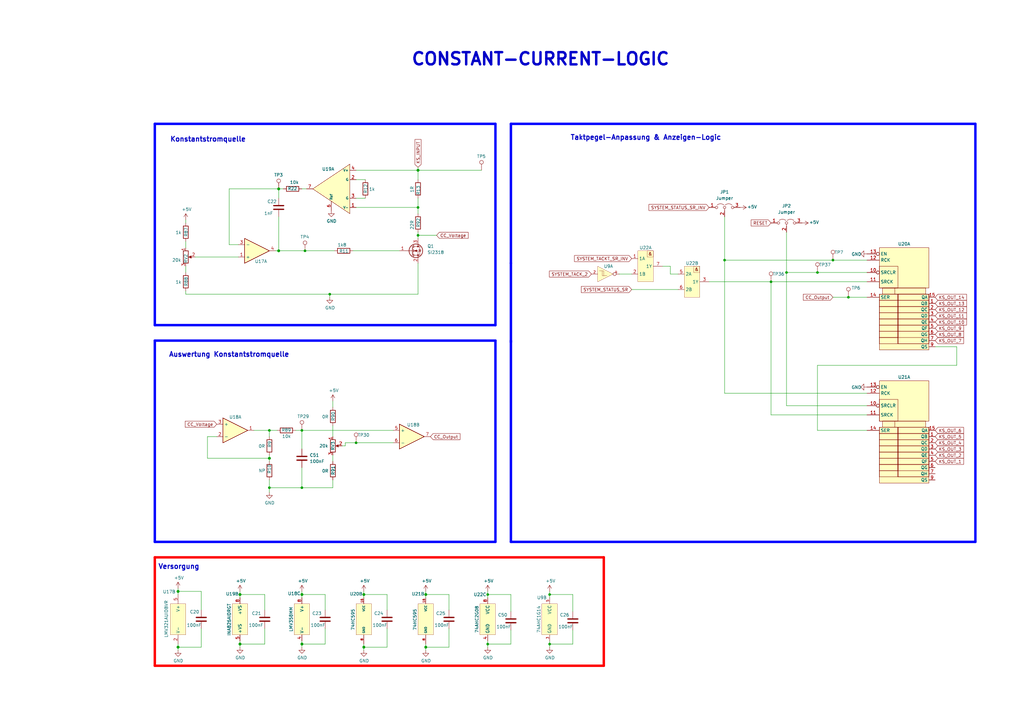
<source format=kicad_sch>
(kicad_sch (version 20210126) (generator eeschema)
  (paper "A3")
  (title_block (title "Kabeltester") (company "BMK Group") (comment 1 "Erstellt: Maximilian Hoffmann") (comment 2 "Geprüft: Robert Schulz"))
  (junction (at 73.025 242.57) (diameter 1.016))
  (junction (at 73.025 265.43) (diameter 1.016))
  (junction (at 98.425 243.84) (diameter 1.016))
  (junction (at 98.425 264.16) (diameter 1.016))
  (junction (at 110.49 176.53) (diameter 0.9144))
  (junction (at 110.49 187.96) (diameter 1.016))
  (junction (at 110.49 200.025) (diameter 0.9144))
  (junction (at 114.3 77.47) (diameter 1.016))
  (junction (at 114.3 102.87) (diameter 1.016))
  (junction (at 123.825 176.53) (diameter 0.9144))
  (junction (at 123.825 200.025) (diameter 0.9144))
  (junction (at 123.825 243.84) (diameter 1.016))
  (junction (at 123.825 264.16) (diameter 1.016))
  (junction (at 125.095 102.87) (diameter 0.9144))
  (junction (at 135.255 120.65) (diameter 0.9144))
  (junction (at 146.05 181.61) (diameter 0.9144))
  (junction (at 149.225 243.84) (diameter 1.016))
  (junction (at 149.225 265.43) (diameter 1.016))
  (junction (at 171.45 69.85) (diameter 1.016))
  (junction (at 171.45 85.09) (diameter 0.9144))
  (junction (at 171.45 96.52) (diameter 0.9144))
  (junction (at 174.625 243.84) (diameter 1.016))
  (junction (at 174.625 265.43) (diameter 1.016))
  (junction (at 200.025 243.84) (diameter 0.9144))
  (junction (at 200.025 264.16) (diameter 0.9144))
  (junction (at 225.425 243.84) (diameter 0.9144))
  (junction (at 225.425 264.16) (diameter 0.9144))
  (junction (at 297.18 106.68) (diameter 0.9144))
  (junction (at 316.23 115.57) (diameter 0.9144))
  (junction (at 322.58 111.76) (diameter 0.9144))
  (junction (at 335.28 111.76) (diameter 0.9144))
  (junction (at 341.63 106.68) (diameter 0.9144))
  (junction (at 347.98 121.92) (diameter 0.9144))
  (wire (pts (xy 73.025 241.3) (xy 73.025 242.57)))
  (wire (pts (xy 73.025 242.57) (xy 73.025 243.84)))
  (wire (pts (xy 73.025 264.16) (xy 73.025 265.43)))
  (wire (pts (xy 73.025 265.43) (xy 73.025 266.7)))
  (wire (pts (xy 76.2 90.17) (xy 76.2 91.44)))
  (wire (pts (xy 76.2 99.06) (xy 76.2 101.6)))
  (wire (pts (xy 76.2 109.22) (xy 76.2 111.76)))
  (wire (pts (xy 76.2 119.38) (xy 76.2 120.65)))
  (wire (pts (xy 76.2 120.65) (xy 135.255 120.65)))
  (wire (pts (xy 80.01 105.41) (xy 97.79 105.41)))
  (wire (pts (xy 82.55 242.57) (xy 73.025 242.57)))
  (wire (pts (xy 82.55 250.19) (xy 82.55 242.57)))
  (wire (pts (xy 82.55 257.81) (xy 82.55 265.43)))
  (wire (pts (xy 82.55 265.43) (xy 73.025 265.43)))
  (wire (pts (xy 85.09 179.07) (xy 85.09 187.96)))
  (wire (pts (xy 85.09 179.07) (xy 88.9 179.07)))
  (wire (pts (xy 85.09 187.96) (xy 110.49 187.96)))
  (wire (pts (xy 93.98 77.47) (xy 93.98 100.33)))
  (wire (pts (xy 93.98 77.47) (xy 114.3 77.47)))
  (wire (pts (xy 93.98 100.33) (xy 97.79 100.33)))
  (wire (pts (xy 98.425 242.57) (xy 98.425 243.84)))
  (wire (pts (xy 98.425 243.84) (xy 98.425 245.11)))
  (wire (pts (xy 98.425 264.16) (xy 98.425 262.89)))
  (wire (pts (xy 98.425 264.16) (xy 98.425 265.43)))
  (wire (pts (xy 104.14 176.53) (xy 110.49 176.53)))
  (wire (pts (xy 108.585 243.84) (xy 98.425 243.84)))
  (wire (pts (xy 108.585 250.19) (xy 108.585 243.84)))
  (wire (pts (xy 108.585 257.81) (xy 108.585 264.16)))
  (wire (pts (xy 108.585 264.16) (xy 98.425 264.16)))
  (wire (pts (xy 110.49 176.53) (xy 110.49 179.07)))
  (wire (pts (xy 110.49 176.53) (xy 113.665 176.53)))
  (wire (pts (xy 110.49 186.69) (xy 110.49 187.96)))
  (wire (pts (xy 110.49 187.96) (xy 110.49 189.23)))
  (wire (pts (xy 110.49 196.85) (xy 110.49 200.025)))
  (wire (pts (xy 110.49 200.025) (xy 110.49 201.93)))
  (wire (pts (xy 110.49 200.025) (xy 123.825 200.025)))
  (wire (pts (xy 113.03 102.87) (xy 114.3 102.87)))
  (wire (pts (xy 114.3 77.47) (xy 114.3 81.28)))
  (wire (pts (xy 114.3 77.47) (xy 116.205 77.47)))
  (wire (pts (xy 114.3 88.9) (xy 114.3 102.87)))
  (wire (pts (xy 114.3 102.87) (xy 125.095 102.87)))
  (wire (pts (xy 121.285 176.53) (xy 123.825 176.53)))
  (wire (pts (xy 123.825 77.47) (xy 125.73 77.47)))
  (wire (pts (xy 123.825 176.53) (xy 123.825 184.15)))
  (wire (pts (xy 123.825 176.53) (xy 161.29 176.53)))
  (wire (pts (xy 123.825 191.77) (xy 123.825 200.025)))
  (wire (pts (xy 123.825 200.025) (xy 136.525 200.025)))
  (wire (pts (xy 123.825 242.57) (xy 123.825 243.84)))
  (wire (pts (xy 123.825 243.84) (xy 123.825 245.11)))
  (wire (pts (xy 123.825 262.89) (xy 123.825 264.16)))
  (wire (pts (xy 123.825 264.16) (xy 123.825 265.43)))
  (wire (pts (xy 125.095 102.87) (xy 137.16 102.87)))
  (wire (pts (xy 133.35 243.84) (xy 123.825 243.84)))
  (wire (pts (xy 133.35 250.19) (xy 133.35 243.84)))
  (wire (pts (xy 133.35 257.81) (xy 133.35 264.16)))
  (wire (pts (xy 133.35 264.16) (xy 123.825 264.16)))
  (wire (pts (xy 135.255 120.65) (xy 135.255 121.92)))
  (wire (pts (xy 135.255 120.65) (xy 171.45 120.65)))
  (wire (pts (xy 136.525 164.465) (xy 136.525 167.005)))
  (wire (pts (xy 136.525 174.625) (xy 136.525 179.07)))
  (wire (pts (xy 136.525 186.69) (xy 136.525 189.23)))
  (wire (pts (xy 136.525 196.85) (xy 136.525 200.025)))
  (wire (pts (xy 140.335 182.88) (xy 141.605 182.88)))
  (wire (pts (xy 141.605 181.61) (xy 141.605 182.88)))
  (wire (pts (xy 141.605 181.61) (xy 146.05 181.61)))
  (wire (pts (xy 144.78 102.87) (xy 163.83 102.87)))
  (wire (pts (xy 146.05 69.85) (xy 171.45 69.85)))
  (wire (pts (xy 146.05 73.66) (xy 149.86 73.66)))
  (wire (pts (xy 146.05 81.28) (xy 149.86 81.28)))
  (wire (pts (xy 146.05 85.09) (xy 171.45 85.09)))
  (wire (pts (xy 146.05 181.61) (xy 161.29 181.61)))
  (wire (pts (xy 149.225 242.57) (xy 149.225 243.84)))
  (wire (pts (xy 149.225 243.84) (xy 149.225 245.11)))
  (wire (pts (xy 149.225 264.16) (xy 149.225 265.43)))
  (wire (pts (xy 149.225 265.43) (xy 149.225 266.7)))
  (wire (pts (xy 158.75 243.84) (xy 149.225 243.84)))
  (wire (pts (xy 158.75 250.19) (xy 158.75 243.84)))
  (wire (pts (xy 158.75 257.81) (xy 158.75 265.43)))
  (wire (pts (xy 158.75 265.43) (xy 149.225 265.43)))
  (wire (pts (xy 171.45 68.58) (xy 171.45 69.85)))
  (wire (pts (xy 171.45 69.85) (xy 171.45 73.66)))
  (wire (pts (xy 171.45 69.85) (xy 197.485 69.85)))
  (wire (pts (xy 171.45 81.28) (xy 171.45 85.09)))
  (wire (pts (xy 171.45 85.09) (xy 171.45 87.63)))
  (wire (pts (xy 171.45 95.25) (xy 171.45 96.52)))
  (wire (pts (xy 171.45 96.52) (xy 171.45 97.79)))
  (wire (pts (xy 171.45 96.52) (xy 179.07 96.52)))
  (wire (pts (xy 171.45 107.95) (xy 171.45 120.65)))
  (wire (pts (xy 174.625 242.57) (xy 174.625 243.84)))
  (wire (pts (xy 174.625 243.84) (xy 174.625 245.11)))
  (wire (pts (xy 174.625 264.16) (xy 174.625 265.43)))
  (wire (pts (xy 174.625 265.43) (xy 174.625 266.7)))
  (wire (pts (xy 184.15 243.84) (xy 174.625 243.84)))
  (wire (pts (xy 184.15 250.19) (xy 184.15 243.84)))
  (wire (pts (xy 184.15 257.81) (xy 184.15 265.43)))
  (wire (pts (xy 184.15 265.43) (xy 174.625 265.43)))
  (wire (pts (xy 200.025 242.57) (xy 200.025 243.84)))
  (wire (pts (xy 200.025 243.84) (xy 200.025 245.11)))
  (wire (pts (xy 200.025 262.89) (xy 200.025 264.16)))
  (wire (pts (xy 200.025 264.16) (xy 200.025 265.43)))
  (wire (pts (xy 209.55 243.84) (xy 200.025 243.84)))
  (wire (pts (xy 209.55 250.825) (xy 209.55 243.84)))
  (wire (pts (xy 209.55 258.445) (xy 209.55 264.16)))
  (wire (pts (xy 209.55 264.16) (xy 200.025 264.16)))
  (wire (pts (xy 225.425 242.57) (xy 225.425 243.84)))
  (wire (pts (xy 225.425 243.84) (xy 225.425 245.11)))
  (wire (pts (xy 225.425 262.89) (xy 225.425 264.16)))
  (wire (pts (xy 225.425 264.16) (xy 225.425 265.43)))
  (wire (pts (xy 234.95 243.84) (xy 225.425 243.84)))
  (wire (pts (xy 234.95 250.825) (xy 234.95 243.84)))
  (wire (pts (xy 234.95 258.445) (xy 234.95 264.16)))
  (wire (pts (xy 234.95 264.16) (xy 225.425 264.16)))
  (wire (pts (xy 254 112.395) (xy 259.08 112.395)))
  (wire (pts (xy 259.08 118.745) (xy 278.13 118.745)))
  (wire (pts (xy 271.78 109.22) (xy 274.955 109.22)))
  (wire (pts (xy 274.955 109.22) (xy 274.955 112.395)))
  (wire (pts (xy 274.955 112.395) (xy 278.13 112.395)))
  (wire (pts (xy 290.83 115.57) (xy 316.23 115.57)))
  (wire (pts (xy 297.18 88.9) (xy 297.18 106.68)))
  (wire (pts (xy 297.18 106.68) (xy 297.18 161.29)))
  (wire (pts (xy 297.18 106.68) (xy 341.63 106.68)))
  (wire (pts (xy 297.18 161.29) (xy 355.6 161.29)))
  (wire (pts (xy 316.23 115.57) (xy 316.23 170.18)))
  (wire (pts (xy 316.23 115.57) (xy 355.6 115.57)))
  (wire (pts (xy 316.23 170.18) (xy 355.6 170.18)))
  (wire (pts (xy 322.58 111.76) (xy 322.58 95.25)))
  (wire (pts (xy 322.58 111.76) (xy 335.28 111.76)))
  (wire (pts (xy 322.58 166.37) (xy 322.58 111.76)))
  (wire (pts (xy 335.28 111.76) (xy 355.6 111.76)))
  (wire (pts (xy 335.28 149.86) (xy 335.28 176.53)))
  (wire (pts (xy 335.28 176.53) (xy 355.6 176.53)))
  (wire (pts (xy 341.63 106.68) (xy 355.6 106.68)))
  (wire (pts (xy 341.63 121.92) (xy 347.98 121.92)))
  (wire (pts (xy 347.98 121.92) (xy 355.6 121.92)))
  (wire (pts (xy 355.6 166.37) (xy 322.58 166.37)))
  (wire (pts (xy 383.54 142.24) (xy 392.43 142.24)))
  (wire (pts (xy 392.43 142.24) (xy 392.43 149.86)))
  (wire (pts (xy 392.43 149.86) (xy 335.28 149.86)))
  (polyline (pts (xy 63.5 50.8) (xy 63.5 133.35)) (stroke (width 1) (type solid) (color 0 0 255 1)))
  (polyline (pts (xy 63.5 50.8) (xy 203.2 50.8)) (stroke (width 1) (type solid) (color 0 0 255 1)))
  (polyline (pts (xy 63.5 139.7) (xy 63.5 222.25)) (stroke (width 1) (type solid) (color 0 0 255 1)))
  (polyline (pts (xy 63.5 139.7) (xy 203.2 139.7)) (stroke (width 1) (type solid) (color 0 0 255 1)))
  (polyline (pts (xy 63.5 228.6) (xy 63.5 273.05)) (stroke (width 1) (type solid) (color 255 0 0 1)))
  (polyline (pts (xy 63.5 228.6) (xy 247.65 228.6)) (stroke (width 1) (type solid) (color 255 0 0 1)))
  (polyline (pts (xy 63.5 273.05) (xy 247.65 273.05)) (stroke (width 1) (type solid) (color 255 0 0 1)))
  (polyline (pts (xy 203.2 50.8) (xy 203.2 133.35)) (stroke (width 1) (type solid) (color 0 0 255 1)))
  (polyline (pts (xy 203.2 133.35) (xy 63.5 133.35)) (stroke (width 1) (type solid) (color 0 0 255 1)))
  (polyline (pts (xy 203.2 139.7) (xy 203.2 222.25)) (stroke (width 1) (type solid) (color 0 0 255 1)))
  (polyline (pts (xy 203.2 222.25) (xy 63.5 222.25)) (stroke (width 1) (type solid) (color 0 0 255 1)))
  (polyline (pts (xy 209.55 50.8) (xy 209.55 107.95)) (stroke (width 1) (type solid) (color 0 0 255 1)))
  (polyline (pts (xy 209.55 50.8) (xy 400.05 50.8)) (stroke (width 1) (type solid) (color 0 0 255 1)))
  (polyline (pts (xy 209.55 139.7) (xy 209.55 222.25)) (stroke (width 1) (type solid) (color 0 0 255 1)))
  (polyline (pts (xy 209.55 140.335) (xy 209.55 107.95)) (stroke (width 1) (type solid) (color 0 0 255 1)))
  (polyline (pts (xy 209.55 222.25) (xy 400.05 222.25)) (stroke (width 1) (type solid) (color 0 0 255 1)))
  (polyline (pts (xy 247.65 273.05) (xy 247.65 228.6)) (stroke (width 1) (type solid) (color 255 0 0 1)))
  (polyline (pts (xy 400.05 222.25) (xy 400.05 50.8)) (stroke (width 1) (type solid) (color 0 0 255 1)))
  (text "Versorgung\n" (at 81.915 233.68 180) (effects (font (size 2 2) (thickness 0.4) bold) (justify right bottom)))
  (text "Konstantstromquelle\n" (at 100.965 58.42 180) (effects (font (size 2 2) (thickness 0.4) bold) (justify right bottom)))
  (text "Auswertung Konstantstromquelle\n" (at 118.745 146.685 180) (effects (font (size 2 2) (thickness 0.4) bold) (justify right bottom)))
  (text "CONSTANT-CURRENT-LOGIC\n" (at 274.955 27.305 180) (effects (font (size 5 5) (thickness 1) bold) (justify right bottom)))
  (text "Taktpegel-Anpassung & Anzeigen-Logic\n\n \n" (at 295.91 64.135 180) (effects (font (size 2 2) (thickness 0.4) bold) (justify right bottom)))
  (global_label "CC_Voltage" (shape input) (at 88.9 173.99 180) (property "Intersheet References" "${INTERSHEET_REFS}" (effects hide)))
  (global_label "KS_INPUT" (shape input) (at 171.45 68.58 90) (property "Intersheet References" "${INTERSHEET_REFS}" (effects hide)))
  (global_label "CC_Output" (shape input) (at 176.53 179.07 0) (property "Intersheet References" "${INTERSHEET_REFS}" (effects hide)))
  (global_label "CC_Voltage" (shape input) (at 179.07 96.52 0) (property "Intersheet References" "${INTERSHEET_REFS}" (effects hide)))
  (global_label "SYSTEM_TACK_2" (shape input) (at 242.57 112.395 180) (property "Intersheet References" "${INTERSHEET_REFS}" (effects hide)))
  (global_label "SYSTEM_TACKT_SR_INV" (shape input) (at 259.08 106.045 180) (property "Intersheet References" "${INTERSHEET_REFS}" (effects hide)))
  (global_label "SYSTEM_STATUS_SR" (shape input) (at 259.08 118.745 180) (property "Intersheet References" "${INTERSHEET_REFS}" (effects hide)))
  (global_label "SYSTEM_STATUS_SR_INV" (shape input) (at 290.83 85.09 180) (property "Intersheet References" "${INTERSHEET_REFS}" (effects hide)))
  (global_label "RESET" (shape input) (at 316.23 91.44 180) (property "Intersheet References" "${INTERSHEET_REFS}" (effects hide)))
  (global_label "CC_Output" (shape input) (at 341.63 121.92 180) (property "Intersheet References" "${INTERSHEET_REFS}" (effects hide)))
  (global_label "KS_OUT_14" (shape input) (at 383.54 121.92 0) (property "Intersheet References" "${INTERSHEET_REFS}" (effects hide)))
  (global_label "KS_OUT_13" (shape input) (at 383.54 124.46 0) (property "Intersheet References" "${INTERSHEET_REFS}" (effects hide)))
  (global_label "KS_OUT_12" (shape input) (at 383.54 127 0) (property "Intersheet References" "${INTERSHEET_REFS}" (effects hide)))
  (global_label "KS_OUT_11" (shape input) (at 383.54 129.54 0) (property "Intersheet References" "${INTERSHEET_REFS}" (effects hide)))
  (global_label "KS_OUT_10" (shape input) (at 383.54 132.08 0) (property "Intersheet References" "${INTERSHEET_REFS}" (effects hide)))
  (global_label "KS_OUT_9" (shape input) (at 383.54 134.62 0) (property "Intersheet References" "${INTERSHEET_REFS}" (effects hide)))
  (global_label "KS_OUT_8" (shape input) (at 383.54 137.16 0) (property "Intersheet References" "${INTERSHEET_REFS}" (effects hide)))
  (global_label "KS_OUT_7" (shape input) (at 383.54 139.7 0) (property "Intersheet References" "${INTERSHEET_REFS}" (effects hide)))
  (global_label "KS_OUT_6" (shape input) (at 383.54 176.53 0) (property "Intersheet References" "${INTERSHEET_REFS}" (effects hide)))
  (global_label "KS_OUT_5" (shape input) (at 383.54 179.07 0) (property "Intersheet References" "${INTERSHEET_REFS}" (effects hide)))
  (global_label "KS_OUT_4" (shape input) (at 383.54 181.61 0) (property "Intersheet References" "${INTERSHEET_REFS}" (effects hide)))
  (global_label "KS_OUT_3" (shape input) (at 383.54 184.15 0) (property "Intersheet References" "${INTERSHEET_REFS}" (effects hide)))
  (global_label "KS_OUT_2" (shape input) (at 383.54 186.69 0) (property "Intersheet References" "${INTERSHEET_REFS}" (effects hide)))
  (global_label "KS_OUT_1" (shape input) (at 383.54 189.23 0) (property "Intersheet References" "${INTERSHEET_REFS}" (effects hide)))
  (symbol (lib_id "Connector:TestPoint") (at 114.3 77.47 0) (unit 1)
    (property "Reference" "TP3" (at 112.395 71.755 0) (effects (justify left)))
    (property "Value" "TestPoint" (effects hide))
    (property "Footprint" "TestPoint:TestPoint_Pad_D1.0mm" (effects hide))
    (property "BMK-Nr" "-" (effects hide))
    (property "Mouser" "-" (effects hide))
  )
  (symbol (lib_id "Connector:TestPoint") (at 123.825 176.53 0) (unit 1)
    (property "Reference" "TP29" (at 121.92 170.815 0) (effects (justify left)))
    (property "Value" "TestPoint" (effects hide))
    (property "Footprint" "TestPoint:TestPoint_Pad_D1.0mm" (effects hide))
    (property "BMK-Nr" "-" (effects hide))
    (property "Mouser" "-" (effects hide))
  )
  (symbol (lib_id "Connector:TestPoint") (at 125.095 102.87 0) (unit 1)
    (property "Reference" "TP4" (at 123.19 97.155 0) (effects (justify left)))
    (property "Value" "TestPoint" (effects hide))
    (property "Footprint" "TestPoint:TestPoint_Pad_D1.0mm" (effects hide))
    (property "BMK-Nr" "-" (effects hide))
    (property "Mouser" "-" (effects hide))
  )
  (symbol (lib_id "Connector:TestPoint") (at 146.05 181.61 0) (unit 1)
    (property "Reference" "TP30" (at 146.685 178.435 0) (effects (justify left)))
    (property "Value" "TestPoint" (effects hide))
    (property "Footprint" "TestPoint:TestPoint_Pad_D1.0mm" (effects hide))
    (property "BMK-Nr" "-" (effects hide))
    (property "Mouser" "-" (effects hide))
  )
  (symbol (lib_id "Connector:TestPoint") (at 197.485 69.85 0) (unit 1)
    (property "Reference" "TP5" (at 195.58 64.135 0) (effects (justify left)))
    (property "Value" "TestPoint" (effects hide))
    (property "Footprint" "TestPoint:TestPoint_Pad_D1.0mm" (effects hide))
    (property "BMK-Nr" "-" (effects hide))
    (property "Mouser" "-" (effects hide))
  )
  (symbol (lib_id "Connector:TestPoint") (at 316.23 115.57 0) (unit 1)
    (property "Reference" "TP36" (at 316.865 112.395 0) (effects (justify left)))
    (property "Value" "TestPoint" (effects hide))
    (property "Footprint" "TestPoint:TestPoint_Pad_D1.0mm" (effects hide))
    (property "BMK-Nr" "-" (effects hide))
    (property "Mouser" "-" (effects hide))
  )
  (symbol (lib_id "Connector:TestPoint") (at 335.28 111.76 0) (unit 1)
    (property "Reference" "TP37" (at 335.915 108.585 0) (effects (justify left)))
    (property "Value" "TestPoint" (effects hide))
    (property "Footprint" "TestPoint:TestPoint_Pad_D1.0mm" (effects hide))
    (property "BMK-Nr" "-" (effects hide))
    (property "Mouser" "-" (effects hide))
  )
  (symbol (lib_id "Connector:TestPoint") (at 341.63 106.68 0) (unit 1)
    (property "Reference" "TP7" (at 342.265 103.505 0) (effects (justify left)))
    (property "Value" "TestPoint" (effects hide))
    (property "Footprint" "TestPoint:TestPoint_Pad_D1.0mm" (effects hide))
    (property "BMK-Nr" "-" (effects hide))
    (property "Mouser" "-" (effects hide))
  )
  (symbol (lib_id "Connector:TestPoint") (at 347.98 121.92 0) (unit 1)
    (property "Reference" "TP6" (at 349.25 118.11 0) (effects (justify left)))
    (property "Value" "TestPoint" (effects hide))
    (property "Footprint" "TestPoint:TestPoint_Pad_D1.0mm" (effects hide))
    (property "BMK-Nr" "-" (effects hide))
    (property "Mouser" "-" (effects hide))
  )
  (symbol (lib_id "power:+5V") (at 73.025 241.3 0) (unit 1)
    (property "Reference" "#PWR051" (effects hide))
    (property "Value" "+5V" (at 73.3933 236.9756 0))
  )
  (symbol (lib_id "power:+5V") (at 76.2 90.17 0) (unit 1)
    (property "Reference" "#PWR053" (effects hide))
    (property "Value" "+5V" (at 76.5683 85.8456 0))
  )
  (symbol (lib_id "power:+5V") (at 98.425 242.57 0) (unit 1)
    (property "Reference" "#PWR054" (effects hide))
    (property "Value" "+5V" (at 98.7933 238.2456 0))
  )
  (symbol (lib_id "power:+5V") (at 123.825 242.57 0) (unit 1)
    (property "Reference" "#PWR057" (effects hide))
    (property "Value" "+5V" (at 124.1933 238.2456 0))
  )
  (symbol (lib_id "power:+5V") (at 136.525 164.465 0) (unit 1)
    (property "Reference" "#PWR059" (effects hide))
    (property "Value" "+5V" (at 136.8933 160.1406 0))
  )
  (symbol (lib_id "power:+5V") (at 149.225 242.57 0) (unit 1)
    (property "Reference" "#PWR062" (effects hide))
    (property "Value" "+5V" (at 149.5933 238.2456 0))
  )
  (symbol (lib_id "power:+5V") (at 174.625 242.57 0) (unit 1)
    (property "Reference" "#PWR064" (effects hide))
    (property "Value" "+5V" (at 174.9933 238.2456 0))
  )
  (symbol (lib_id "power:+5V") (at 200.025 242.57 0) (unit 1)
    (property "Reference" "#PWR023" (effects hide))
    (property "Value" "+5V" (at 200.3933 238.2456 0))
  )
  (symbol (lib_id "power:+5V") (at 225.425 242.57 0) (unit 1)
    (property "Reference" "#PWR0107" (effects hide))
    (property "Value" "+5V" (at 225.7933 238.2456 0))
  )
  (symbol (lib_id "power:+5V") (at 303.53 85.09 270) (unit 1)
    (property "Reference" "#PWR0124" (effects hide))
    (property "Value" "+5V" (at 308.4894 84.8233 90))
  )
  (symbol (lib_id "power:+5V") (at 328.93 91.44 270) (unit 1)
    (property "Reference" "#PWR0125" (effects hide))
    (property "Value" "+5V" (at 333.8894 91.1733 90))
  )
  (symbol (lib_id "power:GND") (at 73.025 266.7 0) (unit 1)
    (property "Reference" "#PWR052" (effects hide))
    (property "Value" "GND" (at 73.1393 271.0244 0))
  )
  (symbol (lib_id "power:GND") (at 98.425 265.43 0) (unit 1)
    (property "Reference" "#PWR055" (effects hide))
    (property "Value" "GND" (at 98.5393 269.7544 0))
  )
  (symbol (lib_id "power:GND") (at 110.49 201.93 0) (unit 1)
    (property "Reference" "#PWR056" (effects hide))
    (property "Value" "GND" (at 110.6043 206.2544 0))
  )
  (symbol (lib_id "power:GND") (at 123.825 265.43 0) (unit 1)
    (property "Reference" "#PWR058" (effects hide))
    (property "Value" "GND" (at 123.9393 269.7544 0))
  )
  (symbol (lib_id "power:GND") (at 135.255 121.92 0) (unit 1)
    (property "Reference" "#PWR060" (effects hide))
    (property "Value" "GND" (at 135.3693 126.2444 0))
  )
  (symbol (lib_id "power:GND") (at 135.89 86.36 0) (unit 1)
    (property "Reference" "#PWR061" (effects hide))
    (property "Value" "GND" (at 136.0043 90.6844 0))
  )
  (symbol (lib_id "power:GND") (at 149.225 266.7 0) (unit 1)
    (property "Reference" "#PWR063" (effects hide))
    (property "Value" "GND" (at 149.3393 271.0244 0))
  )
  (symbol (lib_id "power:GND") (at 174.625 266.7 0) (unit 1)
    (property "Reference" "#PWR065" (effects hide))
    (property "Value" "GND" (at 174.7393 271.0244 0))
  )
  (symbol (lib_id "power:GND") (at 200.025 265.43 0) (unit 1)
    (property "Reference" "#PWR024" (effects hide))
    (property "Value" "GND" (at 200.1393 269.7544 0))
  )
  (symbol (lib_id "power:GND") (at 225.425 265.43 0) (unit 1)
    (property "Reference" "#PWR0108" (effects hide))
    (property "Value" "GND" (at 225.5393 269.7544 0))
  )
  (symbol (lib_id "power:GND") (at 355.6 104.14 270) (unit 1)
    (property "Reference" "#PWR070" (effects hide))
    (property "Value" "GND" (at 351.2756 104.2543 90))
  )
  (symbol (lib_id "power:GND") (at 355.6 158.75 270) (unit 1)
    (property "Reference" "#PWR072" (effects hide))
    (property "Value" "GND" (at 351.2756 158.8643 90))
  )
  (symbol (lib_id "Device:R") (at 76.2 95.25 180) (unit 1)
    (property "Reference" "R87" (at 76.3269 93.2244 90) (effects (justify left)))
    (property "Value" "1k" (at 74.422 95.371 0) (effects (justify left)))
    (property "Footprint" "Resistor_SMD:R_0603_1608Metric_Pad0.98x0.95mm_HandSolder" (effects hide))
    (property "BMK-Nr" "BS" (effects hide))
    (property "Mouser" "-" (effects hide))
  )
  (symbol (lib_id "Device:R") (at 76.2 115.57 180) (unit 1)
    (property "Reference" "R88" (at 76.3269 113.5444 90) (effects (justify left)))
    (property "Value" "1k" (at 74.422 115.691 0) (effects (justify left)))
    (property "Footprint" "Resistor_SMD:R_0603_1608Metric_Pad0.98x0.95mm_HandSolder" (effects hide))
    (property "BMK-Nr" "BS" (effects hide))
    (property "Mouser" "-" (effects hide))
  )
  (symbol (lib_name "Device:R_1") (lib_id "Device:R") (at 110.49 182.88 180) (unit 1)
    (property "Reference" "R9" (at 110.6169 180.8544 90) (effects (justify left)))
    (property "Value" "0R" (at 108.712 183.001 0) (effects (justify left)))
    (property "Footprint" "Resistor_SMD:R_0603_1608Metric_Pad0.98x0.95mm_HandSolder" (effects hide))
    (property "BMK-Nr" "BS" (effects hide))
    (property "Mouser" "-" (effects hide))
  )
  (symbol (lib_name "Device:R_2") (lib_id "Device:R") (at 110.49 193.04 0) (unit 1)
    (property "Reference" "R10" (at 110.49 194.31 90) (effects (justify left)))
    (property "Value" "NP" (at 106.045 193.04 0) (effects (justify left)))
    (property "Footprint" "Resistor_SMD:R_0603_1608Metric_Pad0.98x0.95mm_HandSolder" (effects hide))
    (property "BMK-Nr" "BS" (effects hide))
    (property "Mouser" "-" (effects hide))
  )
  (symbol (lib_name "Device:R_1") (lib_id "Device:R") (at 117.475 176.53 270) (unit 1)
    (property "Reference" "R89" (at 115.4494 176.4031 90) (effects (justify left)))
    (property "Value" "10k" (at 115.691 178.943 90) (effects (justify left)))
    (property "Footprint" "Resistor_SMD:R_0603_1608Metric_Pad0.98x0.95mm_HandSolder" (effects hide))
    (property "BMK-Nr" "BS" (effects hide))
    (property "Mouser" "-" (effects hide))
  )
  (symbol (lib_name "Device:R_4") (lib_id "Device:R") (at 120.015 77.47 270) (unit 1)
    (property "Reference" "R22" (at 117.9894 77.3431 90) (effects (justify left)))
    (property "Value" "10k" (at 118.866 74.803 90) (effects (justify left)))
    (property "Footprint" "Resistor_SMD:R_0603_1608Metric_Pad0.98x0.95mm_HandSolder" (effects hide))
    (property "BMK-Nr" "BS" (effects hide))
    (property "Mouser" "-" (effects hide))
  )
  (symbol (lib_name "Device:R_1") (lib_id "Device:R") (at 136.525 170.815 180) (unit 1)
    (property "Reference" "R90" (at 136.6519 168.7894 90) (effects (justify left)))
    (property "Value" "0R" (at 134.747 170.936 0) (effects (justify left)))
    (property "Footprint" "Resistor_SMD:R_0603_1608Metric_Pad0.98x0.95mm_HandSolder" (effects hide))
    (property "BMK-Nr" "BS" (effects hide))
    (property "Mouser" "-" (effects hide))
  )
  (symbol (lib_name "Device:R_1") (lib_id "Device:R") (at 136.525 193.04 180) (unit 1)
    (property "Reference" "R91" (at 136.6519 191.0144 90) (effects (justify left)))
    (property "Value" "0R" (at 134.747 193.161 0) (effects (justify left)))
    (property "Footprint" "Resistor_SMD:R_0603_1608Metric_Pad0.98x0.95mm_HandSolder" (effects hide))
    (property "BMK-Nr" "BS" (effects hide))
    (property "Mouser" "-" (effects hide))
  )
  (symbol (lib_id "Device:R") (at 140.97 102.87 90) (unit 1)
    (property "Reference" "R11" (at 142.9956 102.9969 90) (effects (justify left)))
    (property "Value" "1k8" (at 142.119 100.457 90) (effects (justify left)))
    (property "Footprint" "Resistor_SMD:R_0603_1608Metric_Pad0.98x0.95mm_HandSolder" (effects hide))
    (property "BMK-Nr" "BS" (effects hide))
    (property "Mouser" "-" (effects hide))
  )
  (symbol (lib_name "Device:R_4") (lib_id "Device:R") (at 149.86 77.47 180) (unit 1)
    (property "Reference" "R12" (at 149.9869 75.4444 90) (effects (justify left)))
    (property "Value" "1k" (at 153.797 77.591 0) (effects (justify left)))
    (property "Footprint" "Resistor_SMD:R_0603_1608Metric_Pad0.98x0.95mm_HandSolder" (effects hide))
    (property "BMK-Nr" "BS" (effects hide))
    (property "Mouser" "-" (effects hide))
  )
  (symbol (lib_name "Device:R_3") (lib_id "Device:R") (at 171.45 77.47 180) (unit 1)
    (property "Reference" "R13" (at 171.5769 76.0794 90) (effects (justify left)))
    (property "Value" "1R" (at 169.037 76.321 90) (effects (justify left)))
    (property "Footprint" "Resistor_SMD:R_1206_3216Metric_Pad1.30x1.75mm_HandSolder" (effects hide))
    (property "BMK-Nr" "01-1901-3" (effects hide))
    (property "Mouser" "-" (effects hide))
  )
  (symbol (lib_id "Device:R") (at 171.45 91.44 180) (unit 1)
    (property "Reference" "R92" (at 171.5769 89.4144 90) (effects (justify left)))
    (property "Value" "22R" (at 169.037 90.291 90) (effects (justify left)))
    (property "Footprint" "Resistor_SMD:R_0603_1608Metric_Pad0.98x0.95mm_HandSolder" (effects hide))
    (property "BMK-Nr" "BS" (effects hide))
    (property "Mouser" "-" (effects hide))
  )
  (symbol (lib_name "Device:C_2") (lib_id "Device:C") (at 82.55 254 0) (unit 1)
    (property "Reference" "C20" (at 77.8511 250.9456 0) (effects (justify left)))
    (property "Value" "100nF" (at 76.581 256.419 0) (effects (justify left)))
    (property "Footprint" "Capacitor_SMD:C_0603_1608Metric_Pad1.08x0.95mm_HandSolder" (effects hide))
    (property "BMK-Nr" "BS" (effects hide))
  )
  (symbol (lib_name "Device:C_4") (lib_id "Device:C") (at 108.585 254 0) (unit 1)
    (property "Reference" "C21" (at 103.2511 251.5806 0) (effects (justify left)))
    (property "Value" "100nF" (at 101.981 256.419 0) (effects (justify left)))
    (property "Footprint" "Capacitor_SMD:C_0603_1608Metric_Pad1.08x0.95mm_HandSolder" (effects hide))
    (property "BMK-Nr" "BS" (effects hide))
  )
  (symbol (lib_name "Device:C_6") (lib_id "Device:C") (at 114.3 85.09 0) (unit 1)
    (property "Reference" "C22" (at 109.6011 82.6706 0) (effects (justify left)))
    (property "Value" "1nF" (at 108.331 87.509 0) (effects (justify left)))
    (property "Footprint" "Capacitor_SMD:C_0603_1608Metric_Pad1.08x0.95mm_HandSolder" (effects hide))
    (property "BMK-Nr" "BS" (effects hide))
  )
  (symbol (lib_name "Device:C_9") (lib_id "Device:C") (at 123.825 187.96 0) (unit 1)
    (property "Reference" "C51" (at 127 186.69 0) (effects (justify left)))
    (property "Value" "100nF" (at 127 189.23 0) (effects (justify left)))
    (property "Footprint" "Capacitor_SMD:C_0603_1608Metric_Pad1.08x0.95mm_HandSolder" (effects hide))
  )
  (symbol (lib_name "Device:C_3") (lib_id "Device:C") (at 133.35 254 0) (unit 1)
    (property "Reference" "C23" (at 128.0161 251.5806 0) (effects (justify left)))
    (property "Value" "100nF" (at 127.381 256.419 0) (effects (justify left)))
    (property "Footprint" "Capacitor_SMD:C_0603_1608Metric_Pad1.08x0.95mm_HandSolder" (effects hide))
    (property "BMK-Nr" "BS" (effects hide))
  )
  (symbol (lib_name "Device:C_1") (lib_id "Device:C") (at 158.75 254 0) (unit 1)
    (property "Reference" "C24" (at 153.4161 251.5806 0) (effects (justify left)))
    (property "Value" "100nF" (at 152.781 256.419 0) (effects (justify left)))
    (property "Footprint" "Capacitor_SMD:C_0603_1608Metric_Pad1.08x0.95mm_HandSolder" (effects hide))
    (property "BMK-Nr" "BS" (effects hide))
  )
  (symbol (lib_name "Device:C_5") (lib_id "Device:C") (at 184.15 254 0) (unit 1)
    (property "Reference" "C25" (at 178.8161 251.5806 0) (effects (justify left)))
    (property "Value" "100nF" (at 178.181 256.419 0) (effects (justify left)))
    (property "Footprint" "Capacitor_SMD:C_0603_1608Metric_Pad1.08x0.95mm_HandSolder" (effects hide))
    (property "BMK-Nr" "BS" (effects hide))
  )
  (symbol (lib_name "Device:C_8") (lib_id "Device:C") (at 209.55 254.635 0) (unit 1)
    (property "Reference" "C50" (at 204.2161 252.2156 0) (effects (justify left)))
    (property "Value" "100nF" (at 203.581 257.054 0) (effects (justify left)))
    (property "Footprint" "Capacitor_SMD:C_0603_1608Metric_Pad1.08x0.95mm_HandSolder" (effects hide))
    (property "BMK-Nr" "BS" (effects hide))
  )
  (symbol (lib_name "Device:C_8") (lib_id "Device:C") (at 234.95 254.635 0) (unit 1)
    (property "Reference" "C26" (at 229.6161 252.2156 0) (effects (justify left)))
    (property "Value" "100nF" (at 228.981 257.054 0) (effects (justify left)))
    (property "Footprint" "Capacitor_SMD:C_0603_1608Metric_Pad1.08x0.95mm_HandSolder" (effects hide))
    (property "BMK-Nr" "BS" (effects hide))
  )
  (symbol (lib_id "Device:R_Potentiometer") (at 76.2 105.41 0) (unit 1)
    (property "Reference" "RV2" (at 76.2 104.14 90) (effects (justify right)))
    (property "Value" "20k" (at 74.295 106.68 0) (effects (justify right)))
    (property "Footprint" "Potentiometer_THT:Potentiometer_ACP_CA6-H2,5_Horizontal" (effects hide))
  )
  (symbol (lib_id "Device:R_Potentiometer") (at 136.525 182.88 0) (unit 1)
    (property "Reference" "RV3" (at 136.525 180.975 90) (effects (justify right)))
    (property "Value" "20k" (at 134.62 182.88 0) (effects (justify right)))
    (property "Footprint" "Potentiometer_THT:Potentiometer_ACP_CA6-H2,5_Horizontal" (effects hide))
  )
  (symbol (lib_id "Jumper:Jumper_3_Open") (at 297.18 85.09 0) (unit 1)
    (property "Reference" "JP1" (at 297.18 78.74 0))
    (property "Value" "Jumper" (at 297.18 81.28 0))
    (property "Footprint" "Jumper:SolderJumper-3_P1.3mm_Open_RoundedPad1.0x1.5mm" (effects hide))
  )
  (symbol (lib_id "Jumper:Jumper_3_Open") (at 322.58 91.44 0) (unit 1)
    (property "Reference" "JP2" (at 322.58 84.455 0))
    (property "Value" "Jumper" (at 322.58 86.995 0))
    (property "Footprint" "Jumper:SolderJumper-3_P1.3mm_Open_RoundedPad1.0x1.5mm" (effects hide))
  )
  (symbol (lib_id "Kabeltester:74AHC1G14") (at 247.65 112.395 0) (unit 1)
    (property "Reference" "U9" (at 249.555 109.22 0))
    (property "Value" "74AHC1G14" (effects hide))
    (property "Footprint" "Package_TO_SOT_SMD:SOT-353_SC-70-5_Handsoldering" (effects hide))
    (property "Datasheet" "https://www.diodes.com/assets/Datasheets/74AHC1G14.pdf" (effects hide))
    (property "BMK-Nr" "06-0624" (effects hide))
    (property "Mouser" "771-74AHC1G14GW-G" (effects hide))
  )
  (symbol (lib_id "Transistor_FET:BSS123") (at 168.91 102.87 0) (unit 1)
    (property "Reference" "Q1" (at 175.26 100.965 0) (effects (justify left)))
    (property "Value" "SI2318" (at 175.26 103.505 0) (effects (justify left)))
    (property "Footprint" "Package_TO_SOT_SMD:SOT-23" (effects hide))
    (property "Datasheet" "http://www.diodes.com/assets/Datasheets/ds30366.pdf" (effects hide))
    (property "BMK-Nr" "08-8668" (effects hide))
    (property "Mouser" "781-SI2318CDS-T1-GE3" (effects hide))
  )
  (symbol (lib_name "Kabeltester:INA826AIDRGT_1") (lib_id "Kabeltester:INA826AIDRGT") (at 98.425 254 0) (mirror y) (unit 2)
    (property "Reference" "U19" (at 95.25 243.5668 0))
    (property "Value" "INA826AIDRGT" (at 93.98 254.1205 90))
    (property "Footprint" "Package_DFN_QFN:DFN-8-1EP_2x2mm_P0.5mm_EP0.6x1.2mm" (effects hide))
    (property "Datasheet" "https://www.ti.com/lit/ds/symlink/ina826.pdf?HQS=dis-mous-null-mousermode-dsf-pf-null-wwe&ts=1614456081708&ref_url=https%253A%252F%252Fwww.mouser.de%252F" (effects hide))
    (property "BMK-Nr" "07-1477 / 07-2138" (effects hide))
    (property "Mouser" "595-INA826AIDGK" (effects hide))
  )
  (symbol (lib_name "Kabeltester:LMV358MM_1") (lib_id "Kabeltester:LMV358MM") (at 123.825 254 0) (unit 3)
    (property "Reference" "U18" (at 120.65 243.4398 0))
    (property "Value" "LMV358MM" (at 119.38 253.9935 90))
    (property "Footprint" "Package_SO:SOIC-8_3.9x4.9mm_P1.27mm" (effects hide))
    (property "Datasheet" "https://www.ti.com/lit/ds/symlink/lmv358-n.pdf?HQS=dis-mous-null-mousermode-dsf-pf-null-wwe&ts=1614455074608&ref_url=https%253A%252F%252Fwww.mouser.de%252F" (effects hide))
    (property "BMK-Nr" "11-0573" (effects hide))
    (property "Mouser" "926-LMV358MMX/NOPB" (effects hide))
  )
  (symbol (lib_id "Kabeltester:74AHC2G08") (at 200.025 254 0) (unit 3)
    (property "Reference" "U22" (at 196.85 243.84 0))
    (property "Value" "74AHC2G08" (at 195.58 254 90))
    (property "Footprint" "Package_SO:VSSOP-8_2.4x2.1mm_P0.5mm" (effects hide))
    (property "Datasheet" "https://www.mouser.de/datasheet/2/916/74AHC_AHCT2G08-1318688.pdf" (effects hide))
    (property "BMK-Nr" "06-0948-1" (effects hide))
    (property "Mouser" "771-AHC2G08DC125" (effects hide))
  )
  (symbol (lib_id "Kabeltester:74AHC1G14") (at 225.425 254 0) (unit 2)
    (property "Reference" "U9" (at 222.25 245.11 0))
    (property "Value" "74AHC1G14" (at 220.98 254 90))
    (property "Footprint" "Package_TO_SOT_SMD:SOT-353_SC-70-5_Handsoldering" (effects hide))
    (property "Datasheet" "https://www.diodes.com/assets/Datasheets/74AHC1G14.pdf" (effects hide))
    (property "BMK-Nr" "06-0624" (effects hide))
    (property "Mouser" "771-74AHC1G14GW-G" (effects hide))
  )
  (symbol (lib_name "Kabeltester:74HC595_1") (lib_id "Kabeltester:74HC595") (at 149.225 254 0) (unit 2)
    (property "Reference" "U20" (at 146.05 243.5668 0))
    (property "Value" "74HC595" (at 144.78 254.1205 90))
    (property "Footprint" "Package_SO:TSSOP-16_4.4x5mm_P0.65mm" (effects hide))
    (property "Datasheet" "https://www.ti.com/lit/ds/symlink/sn74hc595.pdf?HQS=dis-mous-null-mousermode-dsf-pf-null-wwe&ts=1614415789163" (effects hide))
    (property "BMK-Nr" "06-0831" (effects hide))
    (property "Mouser" "595-CD74HC595M96" (effects hide))
  )
  (symbol (lib_name "Kabeltester:74HC595_2") (lib_id "Kabeltester:74HC595") (at 174.625 254 0) (unit 2)
    (property "Reference" "U21" (at 171.45 243.5668 0))
    (property "Value" "74HC595" (at 170.18 254.1205 90))
    (property "Footprint" "Package_SO:TSSOP-16_4.4x5mm_P0.65mm" (effects hide))
    (property "Datasheet" "https://www.ti.com/lit/ds/symlink/sn74hc595.pdf?HQS=dis-mous-null-mousermode-dsf-pf-null-wwe&ts=1614415789163" (effects hide))
    (property "BMK-Nr" "06-0831" (effects hide))
    (property "Mouser" "595-CD74HC595M96" (effects hide))
  )
  (symbol (lib_name "Kabeltester:LMV321AUIDBVR_1") (lib_id "Kabeltester:LMV321AUIDBVR") (at 73.025 254 0) (mirror y) (unit 2)
    (property "Reference" "U17" (at 72.0089 242.6906 0) (effects (justify left)))
    (property "Value" "LMV321AUIDBVR" (at 68.199 261.499 90) (effects (justify left)))
    (property "Footprint" "Package_TO_SOT_SMD:SOT-23-5_HandSoldering" (effects hide))
    (property "Datasheet" "https://www.ti.com/lit/ds/symlink/lmv321a.pdf" (effects hide))
    (property "BMK-Nr" "11-1946" (effects hide))
    (property "Mouser" "595-LMV321AUIDBVR" (effects hide))
  )
  (symbol (lib_name "Kabeltester:LMV358MM_2") (lib_id "Kabeltester:LMV358MM") (at 95.25 176.53 0) (unit 1)
    (property "Reference" "U18" (at 96.52 171.0498 0))
    (property "Value" "LMV358MM" (effects hide))
    (property "Footprint" "Package_SO:SOIC-8_3.9x4.9mm_P1.27mm" (effects hide))
    (property "Datasheet" "https://www.ti.com/lit/ds/symlink/lmv358-n.pdf?HQS=dis-mous-null-mousermode-dsf-pf-null-wwe&ts=1614455074608&ref_url=https%253A%252F%252Fwww.mouser.de%252F" (effects hide))
    (property "BMK-Nr" "11-0573" (effects hide))
    (property "Mouser" "926-LMV358MMX/NOPB" (effects hide))
  )
  (symbol (lib_id "Kabeltester:LMV321AUIDBVR") (at 104.775 102.87 0) (mirror x) (unit 1)
    (property "Reference" "U17" (at 104.5211 107.1944 0) (effects (justify left)))
    (property "Value" "LMV321AUIDBVR" (effects hide))
    (property "Footprint" "Package_TO_SOT_SMD:SOT-23-5_HandSoldering" (effects hide))
    (property "Datasheet" "https://www.ti.com/lit/ds/symlink/lmv321a.pdf" (effects hide))
    (property "BMK-Nr" "11-1946" (effects hide))
    (property "Mouser" "595-LMV321AUIDBVR" (effects hide))
  )
  (symbol (lib_id "Kabeltester:LMV358MM") (at 167.64 179.07 0) (unit 2)
    (property "Reference" "U18" (at 169.545 174.2248 0))
    (property "Value" "LMV358MM" (effects hide))
    (property "Footprint" "Package_SO:SOIC-8_3.9x4.9mm_P1.27mm" (effects hide))
    (property "Datasheet" "https://www.ti.com/lit/ds/symlink/lmv358-n.pdf?HQS=dis-mous-null-mousermode-dsf-pf-null-wwe&ts=1614455074608&ref_url=https%253A%252F%252Fwww.mouser.de%252F" (effects hide))
    (property "BMK-Nr" "11-0573" (effects hide))
    (property "Mouser" "926-LMV358MMX/NOPB" (effects hide))
  )
  (symbol (lib_id "Kabeltester:74AHC2G08") (at 264.795 109.22 0) (unit 1)
    (property "Reference" "U22" (at 264.795 101.6 0))
    (property "Value" "74AHC2G08" (effects hide))
    (property "Footprint" "Package_SO:VSSOP-8_2.4x2.1mm_P0.5mm" (effects hide))
    (property "Datasheet" "https://www.mouser.de/datasheet/2/916/74AHC_AHCT2G08-1318688.pdf" (effects hide))
    (property "BMK-Nr" "06-0948-1" (effects hide))
    (property "Mouser" "771-AHC2G08DC125" (effects hide))
  )
  (symbol (lib_id "Kabeltester:74AHC2G08") (at 283.845 115.57 0) (unit 2)
    (property "Reference" "U22" (at 283.845 107.95 0))
    (property "Value" "74AHC2G08" (effects hide))
    (property "Footprint" "Package_SO:VSSOP-8_2.4x2.1mm_P0.5mm" (effects hide))
    (property "Datasheet" "https://www.mouser.de/datasheet/2/916/74AHC_AHCT2G08-1318688.pdf" (effects hide))
    (property "BMK-Nr" "06-0948-1" (effects hide))
    (property "Mouser" "771-AHC2G08DC125" (effects hide))
  )
  (symbol (lib_id "Kabeltester:INA826AIDRGT") (at 137.795 77.47 0) (mirror y) (unit 1)
    (property "Reference" "U19" (at 134.62 69.3356 0))
    (property "Value" "INA826AIDRGT" (effects hide))
    (property "Footprint" "Package_DFN_QFN:DFN-8-1EP_2x2mm_P0.5mm_EP0.6x1.2mm" (effects hide))
    (property "Datasheet" "https://www.ti.com/lit/ds/symlink/ina826.pdf?HQS=dis-mous-null-mousermode-dsf-pf-null-wwe&ts=1614456081708&ref_url=https%253A%252F%252Fwww.mouser.de%252F" (effects hide))
    (property "BMK-Nr" "07-1477 / 07-2138" (effects hide))
    (property "Mouser" "595-INA826AIDGK" (effects hide))
  )
  (symbol (lib_name "Kabeltester:74HC595_3") (lib_id "Kabeltester:74HC595") (at 370.84 123.19 0) (unit 1)
    (property "Reference" "U20" (at 370.84 100.0568 0))
    (property "Value" "74HC595" (effects hide))
    (property "Footprint" "Package_SO:TSSOP-16_4.4x5mm_P0.65mm" (effects hide))
    (property "Datasheet" "https://www.ti.com/lit/ds/symlink/sn74hc595.pdf?HQS=dis-mous-null-mousermode-dsf-pf-null-wwe&ts=1614415789163" (effects hide))
    (property "BMK-Nr" "06-0831" (effects hide))
    (property "Mouser" "595-CD74HC595M96" (effects hide))
  )
  (symbol (lib_id "Kabeltester:74HC595") (at 370.84 177.8 0) (unit 1)
    (property "Reference" "U21" (at 370.84 154.6668 0))
    (property "Value" "74HC595" (effects hide))
    (property "Footprint" "Package_SO:TSSOP-16_4.4x5mm_P0.65mm" (effects hide))
    (property "Datasheet" "https://www.ti.com/lit/ds/symlink/sn74hc595.pdf?HQS=dis-mous-null-mousermode-dsf-pf-null-wwe&ts=1614415789163" (effects hide))
    (property "BMK-Nr" "06-0831" (effects hide))
    (property "Mouser" "595-CD74HC595M96" (effects hide))
  )
)
</source>
